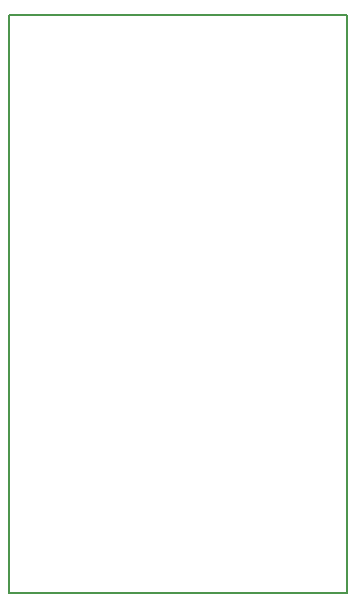
<source format=gm1>
G04 #@! TF.FileFunction,Profile,NP*
%FSLAX46Y46*%
G04 Gerber Fmt 4.6, Leading zero omitted, Abs format (unit mm)*
G04 Created by KiCad (PCBNEW 4.0.6) date 08/04/17 15:07:46*
%MOMM*%
%LPD*%
G01*
G04 APERTURE LIST*
%ADD10C,0.100000*%
%ADD11C,0.150000*%
G04 APERTURE END LIST*
D10*
D11*
X146050000Y-143510000D02*
X146050000Y-94615000D01*
X174625000Y-143510000D02*
X146050000Y-143510000D01*
X174625000Y-94615000D02*
X174625000Y-143510000D01*
X146050000Y-94615000D02*
X174625000Y-94615000D01*
M02*

</source>
